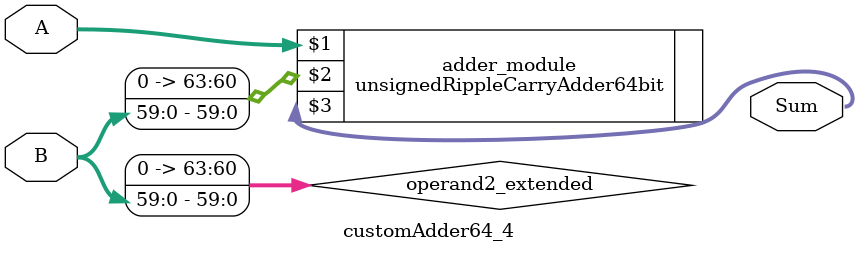
<source format=v>
module customAdder64_4(
                        input [63 : 0] A,
                        input [59 : 0] B,
                        
                        output [64 : 0] Sum
                );

        wire [63 : 0] operand2_extended;
        
        assign operand2_extended =  {4'b0, B};
        
        unsignedRippleCarryAdder64bit adder_module(
            A,
            operand2_extended,
            Sum
        );
        
        endmodule
        
</source>
